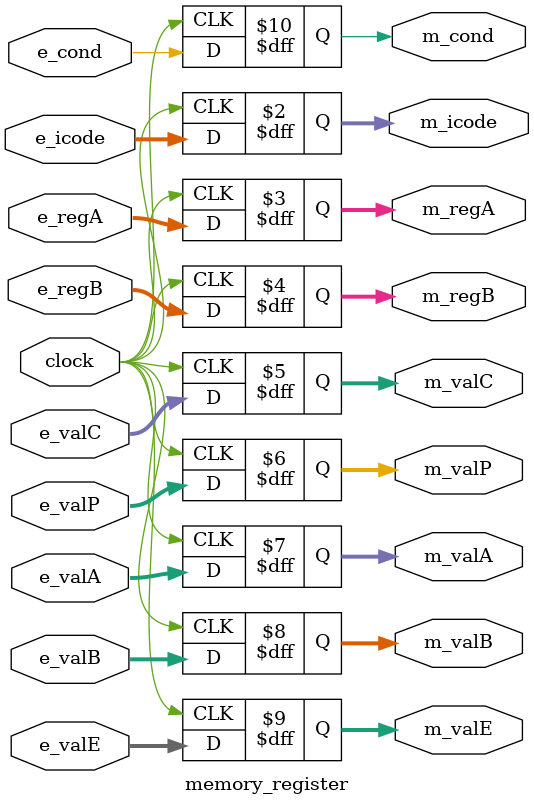
<source format=v>
`timescale 1ns / 1ps

module memory_register(e_icode,e_regA,e_regB,e_valC,e_valP,e_valA,e_valB,e_cond,e_valE,m_icode,m_regA,m_regB,m_valC,m_valP,m_valA,m_valB,m_cond,m_valE,clock);  
input clock;

input [3:0] e_icode,e_regA,e_regB;
input [63:0] e_valC,e_valP,e_valA,e_valB,e_valE;
input e_cond;

output reg [3:0] m_icode,m_regA,m_regB;
output reg [63:0] m_valC,m_valP,m_valA,m_valB,m_valE;
output reg m_cond;

always@(posedge clock)
begin
  m_icode <= e_icode;
  m_regA <= e_regA;
  m_regB <= e_regB;
  m_valC <= e_valC;
  m_valP <= e_valP;
  m_valA <= e_valA;
  m_valB <= e_valB;
  m_cond <= e_cond;
  m_valE <= e_valE;
end
endmodule
</source>
